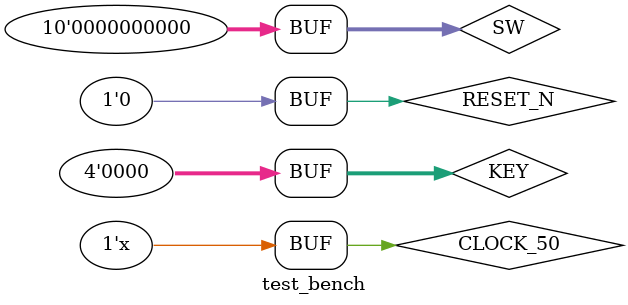
<source format=v>
`timescale 1ns/1ps
module test_bench();
reg CLOCK_50, RESET_N;
reg [3:0] KEY;
reg [9:0] SW;
wire [6:0] HEX0;
wire [6:0] HEX1;
wire [6:0] HEX2;
wire [6:0] HEX3;
wire [6:0] HEX4;
wire [6:0] HEX5;
wire [9:0] LEDR;

Project project_test(CLOCK_50, RESET_N, KEY, SW, HEX0, HEX1, HEX2, HEX3, HEX4, HEX5, LEDR);

initial begin	
	CLOCK_50 = 0;
	RESET_N = 0;
	KEY = 0;
	SW = 0;
end

always#1 CLOCK_50 = ~CLOCK_50;

endmodule

</source>
